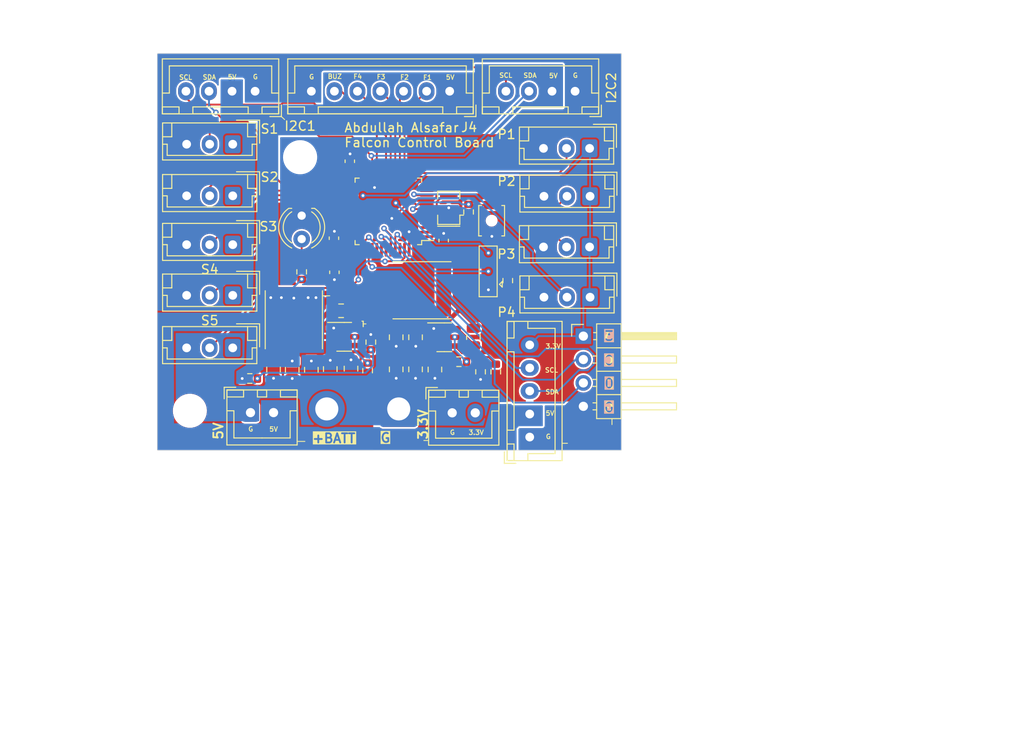
<source format=kicad_pcb>
(kicad_pcb (version 20221018) (generator pcbnew)
  (title_block (title "Falcon Control MAIN") (date "2023-11-30") (rev "15") (company "Human Powered Vehicles Design Team @ UOFT") (comment 1 "Supervised by Savo Bajic") (comment 2 "Designed by Abdullah Alsafar"))
  (layers (0 "F.Cu" signal) (31 "B.Cu" signal) (34 "B.Paste" user) (35 "F.Paste" user) (36 "B.SilkS" user "B.Silkscreen") (37 "F.SilkS" user "F.Silkscreen") (38 "B.Mask" user) (39 "F.Mask" user) (44 "Edge.Cuts" user))
  (net 0 "")
  (net 1 "GND")
  (net 2 "+5V")
  (net 3 "+3.3V")
  (net 4 "Net-(U3-SW)")
  (net 5 "BUZ")
  (net 6 "Net-(U3-VBST)")
  (net 7 "SDA_{TOCTRL}")
  (net 8 "LED_{FIELD1}")
  (net 9 "SCL_{TOCTRL}")
  (net 10 "Net-(JP1-C)")
  (net 11 "Net-(U1-NRST)")
  (net 12 "Net-(U3-VFB)")
  (net 13 "Net-(U3-EN)")
  (net 14 "LED_{FIELD2}")
  (net 15 "SER5")
  (net 16 "LED_{FIELD3}")
  (net 17 "Net-(LED9-A)")
  (net 18 "POT1")
  (net 19 "POT2")
  (net 20 "POT3")
  (net 21 "POT4")
  (net 22 "SER1")
  (net 23 "SER2")
  (net 24 "SER3")
  (net 25 "SER4")
  (net 26 "LED_{FIELD4}")
  (net 27 "+BATT")
  (net 28 "Net-(U2-SW)")
  (net 29 "Net-(U2-VBST)")
  (net 30 "Net-(U2-VFB)")
  (net 31 "Net-(U2-EN)")
  (net 36 "Net-(U1-PD0)")
  (net 37 "Net-(U1-PD1)")
  (net 48 "SCL_{TOMAIN}")
  (net 49 "SDA_{TOMAIN}")
  (net 51 "SWCLK")
  (net 52 "SWDIO")
  (footprint "Connector_JST:JST_EH_B3B-EH-A_1x03_P2.50mm_Vertical" (layer "F.Cu") (at 123.975 77.25 180)
    (fp_text reference "S3")
    (fp_text value "Conn_01x03_Pin")
  )
  (footprint "Connector_JST:JST_EH_B3B-EH-A_1x03_P2.50mm_Vertical" (layer "F.Cu") (at 123.975 71.95 180)
    (fp_text reference "S2")
    (fp_text value "Conn_01x03_Pin")
  )
  (footprint "Package_TO_SOT_SMD:TSOT-23-6" (layer "F.Cu") (at 146.9125 87.3)
    (fp_text reference "U3" hide)
    (fp_text value "~")
  )
  (footprint "Capacitor_SMD:C_0603_1608Metric" (layer "F.Cu") (at 135 80.25 90)
    (fp_text reference "C2" hide)
    (fp_text value "100n")
  )
  (footprint "Connector_JST:JST_EH_B3B-EH-A_1x03_P2.50mm_Vertical" (layer "F.Cu") (at 123.975 66.35 180)
    (fp_text reference "S1")
    (fp_text value "Conn_01x03_Pin")
  )
  (footprint "Capacitor_SMD:C_0603_1608Metric" (layer "F.Cu") (at 134.95 76.55 -90)
    (fp_text reference "C3" hide)
    (fp_text value "100n")
  )
  (footprint "MountingHole:MountingHole_3.2mm_M3" (layer "F.Cu") (at 119.325 95.275)
    (fp_text reference "REF**" hide)
    (fp_text value "MountingHole_3.2mm_M3")
  )
  (footprint "Connector_JST:JST_EH_B3B-EH-A_1x03_P2.50mm_Vertical" (layer "F.Cu") (at 162.675 77.5 180)
    (fp_text reference "P3")
    (fp_text value "Conn_01x03_Pin")
  )
  (footprint "Capacitor_SMD:C_0805_2012Metric" (layer "F.Cu") (at 136.8 90.7 90)
    (fp_text reference "C11" hide)
    (fp_text value "22uF")
  )
  (footprint "Connector_JST:JST_EH_B3B-EH-A_1x03_P2.50mm_Vertical" (layer "F.Cu") (at 123.975 88.45 180)
    (fp_text reference "S5")
    (fp_text value "Conn_01x03_Pin")
  )
  (footprint "Jumper:SolderJumper-3_P2.0mm_Open_TrianglePad1.0x1.5mm" (layer "F.Cu") (at 151.7 80.15 90)
    (fp_text reference "JP1" hide)
    (fp_text value "Jumper_3_Open")
  )
  (footprint "Capacitor_SMD:C_0805_2012Metric" (layer "F.Cu") (at 141.7 90.782682 -90)
    (fp_text reference "C14" hide)
    (fp_text value "22uF")
  )
  (footprint "Resistor_SMD:R_0603_1608Metric" (layer "F.Cu") (at 152.5 91.05 90)
    (fp_text reference "R6" hide)
    (fp_text value "33.2k	")
  )
  (footprint "Connector_PinHeader_2.54mm:PinHeader_1x04_P2.54mm_Horizontal" (layer "F.Cu") (at 162 87.175)
    (fp_text reference "J2" hide)
    (fp_text value "Conn_01x04_Male")
  )
  (footprint "Connector_JST:JST_XH_B5B-XH-A_1x05_P2.50mm_Vertical" (layer "F.Cu") (at 156.18 98.13 90)
    (fp_text reference "ISC3" hide)
    (fp_text value "MAIN")
  )
  (footprint "Inductor_SMD:L_Taiyo-Yuden_NR-60xx" (layer "F.Cu") (at 130.6 85.4 -90)
    (fp_text reference "L2" hide)
    (fp_text value "3.3uH")
  )
  (footprint "Package_QFP:LQFP-48_7x7mm_P0.5mm" (layer "F.Cu") (at 140.8525 73.64 180)
    (fp_text reference "U1" hide)
    (fp_text value "STM32F103C8Tx")
  )
  (footprint "Resistor_SMD:R_0603_1608Metric" (layer "F.Cu") (at 153.8 81.15 90)
    (fp_text reference "R1" hide)
    (fp_text value "10k")
  )
  (footprint "Inductor_SMD:L_Taiyo-Yuden_NR-60xx" (layer "F.Cu") (at 144.5 82.2)
    (fp_text reference "L1" hide)
    (fp_text value "3.3uH")
  )
  (footprint "Resistor_SMD:R_0603_1608Metric" (layer "F.Cu") (at 125.825 91.775)
    (fp_text reference "R9" hide)
    (fp_text value "54.9k")
  )
  (footprint "Connector_JST:JST_XH_B2B-XH-A_1x02_P2.50mm_Vertical" (layer "F.Cu") (at 147.775 95.5)
    (fp_text reference "J1" hide)
    (fp_text value "Conn_01x02_Pin")
  )
  (footprint "Connector_JST:JST_EH_B3B-EH-A_1x03_P2.50mm_Vertical" (layer "F.Cu") (at 123.975 82.75 180)
    (fp_text reference "S4")
    (fp_text value "Conn_01x03_Pin")
  )
  (footprint "Connector_Wire:SolderWire-2sqmm_1x02_P7.8mm_D2mm_OD3.9mm" (layer "F.Cu") (at 141.975 95.075 180)
    (fp_text reference "Battery1" hide)
    (fp_text value "Conn_01x02_Socket")
  )
  (footprint "Resistor_SMD:R_0603_1608Metric" (layer "F.Cu") (at 131.45 80.2 -90)
    (fp_text reference "R5" hide)
    (fp_text value "420")
  )
  (footprint "Capacitor_SMD:C_0805_2012Metric" (layer "F.Cu") (at 150.075 87.275 -90)
    (fp_text reference "C17" hide)
    (fp_text value "0.1uF")
  )
  (footprint "Connector_JST:JST_EH_B3B-EH-A_1x03_P2.50mm_Vertical" (layer "F.Cu") (at 162.725 72 180)
    (fp_text reference "P2")
    (fp_text value "Conn_01x03_Pin")
  )
  (footprint "Resistor_SMD:R_0603_1608Metric" (layer "F.Cu") (at 138.95 87.825 -90)
    (fp_text reference "R7" hide)
    (fp_text value "10k")
  )
  (footprint "Connector_JST:JST_EH_B3B-EH-A_1x03_P2.50mm_Vertical" (layer "F.Cu") (at 162.725 82.95 180)
    (fp_text reference "P4")
    (fp_text value "Conn_01x03_Pin")
  )
  (footprint "Capacitor_SMD:C_0805_2012Metric" (layer "F.Cu") (at 143.8 90.782682 -90)
    (fp_text reference "C15" hide)
    (fp_text value "22uF")
  )
  (footprint "Connector_JST:JST_XH_B4B-XH-A_1x04_P2.50mm_Vertical" (layer "F.Cu") (at 126.4 60.6 180)
    (fp_text reference "I2C1")
    (fp_text value "FS2")
  )
  (footprint "MountingHole:MountingHole_3.2mm_M3" (layer "F.Cu") (at 131.28 67.76)
    (fp_text reference "REF**" hide)
    (fp_text value "MountingHole_3.2mm_M3")
  )
  (footprint "Connector_JST:JST_XH_B2B-XH-A_1x02_P2.50mm_Vertical" (layer "F.Cu") (at 125.9 95.475)
    (fp_text reference "J3" hide)
    (fp_text value "Conn_01x02_Pin")
  )
  (footprint "Capacitor_SMD:C_0603_1608Metric" (layer "F.Cu") (at 136.67 68.198217 -90)
    (fp_text reference "C1" hide)
    (fp_text value "100n")
  )
  (footprint "Connector_JST:JST_XH_B7B-XH-A_1x07_P2.50mm_Vertical" (layer "F.Cu") (at 147.5 60.6 180)
    (fp_text reference "J4")
    (fp_text value "Conn_01x07_Pin")
  )
  (footprint "Resistor_SMD:R_0603_1608Metric" (layer "F.Cu") (at 138.6 90.925 -90)
    (fp_text reference "R8" hide)
    (fp_text value "10k")
  )
  (footprint "Capacitor_SMD:C_0805_2012Metric" (layer "F.Cu") (at 145.9 90.8 -90)
    (fp_text reference "C16" hide)
    (fp_text value "22uF")
  )
  (footprint "Connector_JST:JST_XH_B4B-XH-A_1x04_P2.50mm_Vertical" (layer "F.Cu") (at 161.1 60.6 180)
    (fp_text reference "I2C2")
    (fp_text value "FS1")
  )
  (footprint "Resistor_SMD:R_0603_1608Metric" (layer "F.Cu") (at 148.5 89.95 180)
    (fp_text reference "R4" hide)
    (fp_text value "10k")
  )
  (footprint "Capacitor_SMD:C_0805_2012Metric" (layer "F.Cu") (at 132.5 90.825 90)
    (fp_text reference "C9" hide)
    (fp_text value "22uF")
  )
  (footprint "Capacitor_SMD:C_0805_2012Metric" (layer "F.Cu") (at 143.8 87.3 90)
    (fp_text reference "C6" hide)
    (fp_text value "22uF")
  )
  (footprint "Capacitor_SMD:C_0805_2012Metric" (layer "F.Cu") (at 135.725 84.425)
    (fp_text reference "C12" hide)
    (fp_text value "0.1uF")
  )
  (footprint "Connector_JST:JST_EH_B3B-EH-A_1x03_P2.50mm_Vertical" (layer "F.Cu") (at 162.675 66.8 180)
    (fp_text reference "P1")
    (fp_text value "Conn_01x03_Pin")
  )
  (footprint "Resistor_SMD:R_0603_1608Metric" (layer "F.Cu") (at 149.55 73.7 90)
    (fp_text reference "R2" hide)
    (fp_text value "10k")
  )
  (footprint "LED_THT:LED_D4.0mm" (layer "F.Cu") (at 131.45 74.1 -90)
    (fp_text reference "LED9" hide)
    (fp_text value "LED1")
  )
  (footprint "Button_Switch_SMD:SW_SPST_B3U-1000P-B" (layer "F.Cu") (at 152.05 74.65 90)
    (fp_text reference "SW2" hide)
    (fp_text value "SW_Push")
  )
  (footprint "Capacitor_SMD:C_0603_1608Metric" (layer "F.Cu") (at 146.85 76.8 90)
    (fp_text reference "C4" hide)
    (fp_text value "100n")
  )
  (footprint "Capacitor_SMD:C_0805_2012Metric" (layer "F.Cu") (at 134.55 90.75 90)
    (fp_text reference "C10" hide)
    (fp_text value "22uF")
  )
  (footprint "Resistor_SMD:R_0603_1608Metric" (layer "F.Cu") (at 150.85 91.05 90)
    (fp_text reference "R3" hide)
    (fp_text value "10k")
  )
  (footprint "Capacitor_SMD:C_0805_2012Metric" (layer "F.Cu") (at 141.7 87.3 90)
    (fp_text reference "C5" hide)
    (fp_text value "22uF")
  )
  (footprint "Capacitor_SMD:C_0805_2012Metric" (layer "F.Cu") (at 130.425 90.825 90)
    (fp_text reference "C8" hide)
    (fp_text value "22uF")
  )
  (footprint "Crystal:Resonator_SMD_Murata_CSTxExxV-3Pin_3.0x1.1mm" (layer "F.Cu") (at 147.4 73.25 90)
    (fp_text reference "Y1" hide)
    (fp_text value "8Mhz")
  )
  (footprint "Capacitor_SMD:C_0805_2012Metric" (layer "F.Cu") (at 128.4 90.8 90)
    (fp_text reference "C7" hide)
    (fp_text value "22uF")
  )
  (footprint "Package_TO_SOT_SMD:TSOT-23-6" (layer "F.Cu") (at 136.0625 87.25)
    (fp_text reference "U2" hide)
    (fp_text value "~")
  )
  (gr_line (start 137.975 85.55) (end 138.125 85.55) (stroke (width 0.1)) (layer "F.SilkS"))
  (gr_line (start 165.1 96.139) (end 165.1 96.774) (stroke (width 0.1)) (layer "F.SilkS"))
  (gr_line (start 160.274 98.806) (end 159.766 98.806) (stroke (width 0.1)) (layer "F.SilkS"))
  (gr_line (start 145.2 98.5) (end 144.7 98.5) (stroke (width 0.1)) (layer "F.SilkS"))
  (gr_line (start 138.125 86.15) (end 138.125 85.55) (stroke (width 0.1)) (layer "F.SilkS"))
  (gr_line (start 138.125 85.85) (end 138.425 85.85) (stroke (width 0.1)) (layer "F.SilkS"))
  (gr_line (start 129.25 63.35) (end 129.6 63.675) (stroke (width 0.1)) (layer "F.SilkS"))
  (gr_line (start 131 98.6) (end 131.8 98.6) (stroke (width 0.1)) (layer "F.SilkS"))
  (gr_line (start 133.7 82.8) (end 134.5 82.8) (stroke (width 0.1)) (layer "F.SilkS"))
  (gr_line (start 138.125 85.55) (end 138.125 86.15) (stroke (width 0.1)) (layer "F.SilkS"))
  (gr_rect (start 115.8 56.5) (end 166.125 99.56) (stroke (width 0.05)) (fill none) (layer "Edge.Cuts"))
  (gr_text "D" (at 165.45 92.9) (layer "B.SilkS" knockout) (effects (font (size 1 1) (thickness 0.2) bold) (justify left bottom mirror)))
  (gr_text "3" (at 165.37 87.75) (layer "B.SilkS" knockout) (effects (font (size 1 1) (thickness 0.2) bold) (justify left bottom mirror)))
  (gr_text "G" (at 165.41 95.5) (layer "B.SilkS" knockout) (effects (font (size 1 1) (thickness 0.2) bold) (justify left bottom mirror)))
  (gr_text "C" (at 165.4 90.4) (layer "B.SilkS" knockout) (effects (font (size 1 1) (thickness 0.2) bold) (justify left bottom mirror)))
  (gr_text "SCL" (at 157.79 91.16) (layer "F.SilkS") (effects (font (size 0.5 0.5) (thickness 0.1)) (justify left bottom)))
  (gr_text "F2" (at 142.08 59.37) (layer "F.SilkS") (effects (font (size 0.5 0.5) (thickness 0.1)) (justify left bottom)))
  (gr_text "F1" (at 144.57 59.4) (layer "F.SilkS") (effects (font (size 0.5 0.5) (thickness 0.1)) (justify left bottom)))
  (gr_text "G" (at 160.81 59.18) (layer "F.SilkS") (effects (font (size 0.5 0.5) (thickness 0.1)) (justify left bottom)))
  (gr_text "SDA" (at 157.84 93.53) (layer "F.SilkS") (effects (font (size 0.5 0.5) (thickness 0.1)) (justify left bottom)))
  (gr_text "G" (at 132.21 59.33) (layer "F.SilkS") (effects (font (size 0.5 0.5) (thickness 0.1)) (justify left bottom)))
  (gr_text "F3" (at 139.54 59.33) (layer "F.SilkS") (effects (font (size 0.5 0.5) (thickness 0.1)) (justify left bottom)))
  (gr_text "F4" (at 137.01 59.3) (layer "F.SilkS") (effects (font (size 0.5 0.5) (thickness 0.1)) (justify left bottom)))
  (gr_text "SDA" (at 120.67 59.37) (layer "F.SilkS") (effects (font (size 0.5 0.5) (thickness 0.1)) (justify left bottom)))
  (gr_text "C" (at 164.15 90.4) (layer "F.SilkS" knockout) (effects (font (size 1 1) (thickness 0.2) bold) (justify left bottom)))
  (gr_text "5V" (at 147.04 59.38) (layer "F.SilkS") (effects (font (size 0.5 0.5) (thickness 0.1)) (justify left bottom)))
  (gr_text "5V" (at 123.39 59.34) (layer "F.SilkS") (effects (font (size 0.5 0.5) (thickness 0.1) bold) (justify left bottom)))
  (gr_text "Abdullah Alsafar\nFalcon Control Board" (at 136 66.75) (layer "F.SilkS") (effects (font (size 1 1)) (justify left bottom)))
  (gr_text "G" (at 126.11 59.33) (layer "F.SilkS") (effects (font (size 0.5 0.5) (thickness 0.1)) (justify left bottom)))
  (gr_text "G" (at 125.61 97.55) (layer "F.SilkS") (effects (font (size 0.5 0.5) (thickness 0.1)) (justify left bottom)))
  (gr_text "5V" (at 157.86 95.84) (layer "F.SilkS") (effects (font (size 0.5 0.5) (thickness 0.1) bold) (justify left bottom)))
  (gr_text "G" (at 157.88 98.37) (layer "F.SilkS") (effects (font (size 0.5 0.5) (thickness 0.1)) (justify left bottom)))
  (gr_text "5V" (at 123 98.5 90) (layer "F.SilkS") (effects (font (size 1 1) (thickness 0.2) bold) (justify left bottom)))
  (gr_text "G" (at 139.9 98.8) (layer "F.SilkS" knockout) (effects (font (size 1 1) (thickness 0.2) bold) (justify left bottom)))
  (gr_text "3" (at 164.2 87.75) (layer "F.SilkS" knockout) (effects (font (size 1 1) (thickness 0.2) bold) (justify left bottom)))
  (gr_text "3.3V" (at 149.5 97.92) (layer "F.SilkS") (effects (font (size 0.5 0.5) (thickness 0.1) bold) (justify left bottom)))
  (gr_text "BUZ" (at 134.23 59.29) (layer "F.SilkS") (effects (font (size 0.5 0.5) (thickness 0.1)) (justify left bottom)))
  (gr_text "3.3V" (at 145.2 98.5 90) (layer "F.SilkS") (effects (font (size 1 1) (thickness 0.2) bold) (justify left bottom)))
  (gr_text "SDA" (at 155.45 59.18) (layer "F.SilkS") (effects (font (size 0.5 0.5) (thickness 0.1)) (justify left bottom)))
  (gr_text "G" (at 164.15 95.5) (layer "F.SilkS" knockout) (effects (font (size 1 1) (thickness 0.2) bold) (justify left bottom)))
  (gr_text "G" (at 147.48 97.92) (layer "F.SilkS") (effects (font (size 0.5 0.5) (thickness 0.1)) (justify left bottom)))
  (gr_text "5V" (at 158.23 59.21) (layer "F.SilkS") (effects (font (size 0.5 0.5) (thickness 0.1) bold) (justify left bottom)))
  (gr_text "SCL" (at 152.83 59.17) (layer "F.SilkS") (effects (font (size 0.5 0.5) (thickness 0.1)) (justify left bottom)))
  (gr_text "D" (at 164.15 92.9) (layer "F.SilkS" knockout) (effects (font (size 1 1) (thickness 0.2) bold) (justify left bottom)))
  (gr_text "3.3V" (at 157.85 88.57) (layer "F.SilkS") (effects (font (size 0.5 0.5) (thickness 0.1) bold) (justify left bottom)))
  (gr_text "SCL" (at 118.11 59.38) (layer "F.SilkS") (effects (font (size 0.5 0.5) (thickness 0.1)) (justify left bottom)))
  (gr_text "5V" (at 127.89 97.57) (layer "F.SilkS") (effects (font (size 0.5 0.5) (thickness 0.1) bold) (justify left bottom)))
  (gr_text "+BATT" (at 132.5 98.85) (layer "F.SilkS" knockout) (effects (font (size 1 1) (thickness 0.2) bold) (justify left bottom)))
  (segment (start 153.8 81.975) (end 151.875 81.975) (width 0.2) (layer "F.Cu") (net 1))
  (segment (start 136.69 75.89) (end 133.24 75.89) (width 0.2) (layer "F.Cu") (net 1))
  (segment (start 143.1025 75.8525) (end 143.1025 77.8025) (width 0.2) (layer "F.Cu") (net 1))
  (segment (start 140.1 70.3) (end 140.1 69.475) (width 0.2) (layer "F.Cu") (net 1))
  (segment (start 138.6 70.3) (end 138.6 69.475) (width 0.2) (layer "F.Cu") (net 1))
  (segment (start 141.3 74.4) (end 141.225 74.4) (width 0.2) (layer "F.Cu") (net 1))
  (segment (start 143.748529 72.8) (end 142.9 72.8) (width 0.2) (layer "F.Cu") (net 1))
  (segment (start 135 81.025) (end 135 81.05) (width 0.2) (layer "F.Cu") (net 1))
  (segment (start 151.875 81.975) (end 151.7 82.15) (width 0.2) (layer "F.Cu") (net 1))
  (segment (start 145.015 72.89) (end 143.838529 72.89) (width 0.2) (layer "F.Cu") (net 1))
  (segment (start 143.838529 72.89) (end 143.748529 72.8) (width 0.2) (layer "F.Cu") (net 1))
  (segment (start 133.24 75.89) (end 131.45 74.1) (width 0.2) (layer "F.Cu") (net 1))
  (segment (start 139.35 71.05) (end 138.6 70.3) (width 0.2) (layer "F.Cu") (net 1))
  (segment (start 142.9 72.8) (end 141.3 74.4) (width 0.2) (layer "F.Cu") (net 1))
  (segment (start 143.1 75.85) (end 143.1025 75.8525) (width 0.2) (layer "F.Cu") (net 1))
  (segment (start 139.35 71.05) (end 140.1 70.3) (width 0.2) (layer "F.Cu") (net 1))
  (via (at 134.55 89.8) (size 0.6) (drill 0.3) (layers "F.Cu" "B.Cu") (net 1))
  (via (at 135 81.05) (size 0.6) (drill 0.3) (layers "F.Cu" "B.Cu") (net 1))
  (via (at 141.7 88.275) (size 0.6) (drill 0.3) (layers "F.Cu" "B.Cu") (net 1))
  (via (at 145.775 86.35) (size 0.6) (drill 0.3) (layers "F.Cu" "B.Cu") (net 1))
  (via (at 152.075 76.35) (size 0.6) (drill 0.3) (layers "F.Cu" "B.Cu") (net 1))
  (via (at 134.925 86.3) (size 0.6) (drill 0.3) (layers "F.Cu" "B.Cu") (net 1))
  (via (at 132.5 89.875) (size 0.6) (drill 0.3) (layers "F.Cu" "B.Cu") (net 1))
  (via (at 143.1 75.85) (size 0.6) (drill 0.3) (layers "F.Cu" "B.Cu") (net 1))
  (via (at 145.9 91.75) (size 0.6) (drill 0.3) (layers "F.Cu" "B.Cu") (net 1))
  (via (at 136.8 89.75) (size 0.6) (drill 0.3) (layers "F.Cu" "B.Cu") (net 1))
  (via (at 151.7 82.15) (size 0.6) (drill 0.3) (layers "F.Cu" "B.Cu") (net 1))
  (via (at 135 75.8) (size 0.6) (drill 0.3) (layers "F.Cu" "B.Cu") (net 1))
  (via (at 141.225 74.4) (size 0.6) (drill 0.3) (layers "F.Cu" "B.Cu") (net 1))
  (via (at 139.35 71.05) (size 0.6) (drill 0.3) (layers "F.Cu" "B.Cu") (net 1))
  (via (at 146.85 76.025) (size 0.6) (drill 0.3) (layers "F.Cu" "B.Cu") (net 1))
  (via (at 143.8 91.75) (size 0.6) (drill 0.3) (layers "F.Cu" "B.Cu") (net 1))
  (via (at 143.825 88.275) (size 0.6) (drill 0.3) (layers "F.Cu" "B.Cu") (net 1))
  (via (at 136.7 67.4) (size 0.6) (drill 0.3) (layers "F.Cu" "B.Cu") (net 1))
  (via (at 141.7 91.75) (size 0.6) (drill 0.3) (layers "F.Cu" "B.Cu") (net 1))
  (via (at 138.95 87) (size 0.6) (drill 0.3) (layers "F.Cu" "B.Cu") (net 1))
  (via (at 128.4 91.75) (size 0.6) (drill 0.3) (layers "F.Cu" "B.Cu") (net 1))
  (via (at 147.4 73.25) (size 0.6) (drill 0.3) (layers "F.Cu" "B.Cu") (net 1))
  (via (at 130.425 91.775) (size 0.6) (drill 0.3) (layers "F.Cu" "B.Cu") (net 1))
  (via (at 150.85 91.875) (size 0.6) (drill 0.3) (layers "F.Cu" "B.Cu") (net 1))
  (segment (start 135 81.05) (end 135 75.8) (width 0.2) (layer "B.Cu") (net 1))
  (segment (start 139.35 71.05) (end 136.7 68.4) (width 0.2) (layer "B.Cu") (net 1))
  (segment (start 136.7 68.4) (end 136.7 67.4) (width 0.2) (layer "B.Cu") (net 1))
  (segment (start 128.4 89.85) (end 130.4 89.85) (width 0.2) (layer "F.Cu") (net 2))
  (segment (start 130.4 89.85) (end 130.425 89.875) (width 0.2) (layer "F.Cu") (net 2))
  (via (at 125 91.775) (size 0.6) (drill 0.3) (layers "F.Cu" "B.Cu") (net 2))
  (via (at 128.1 83) (size 0.6) (drill 0.3) (layers "F.Cu" "B.Cu") (net 2))
  (via (at 131.45 81) (size 0.6) (drill 0.3) (layers "F.Cu" "B.Cu") (net 2))
  (via (at 129.25 83) (size 0.6) (drill 0.3) (layers "F.Cu" "B.Cu") (net 2))
  (via (at 130.425 89.875) (size 0.6) (drill 0.3) (layers "F.Cu" "B.Cu") (net 2))
  (via (at 132.15 83) (size 0.6) (drill 0.3) (layers "F.Cu" "B.Cu") (net 2))
  (via (at 133 83) (size 0.6) (drill 0.3) (layers "F.Cu" "B.Cu") (net 2))
  (via (at 130.6 83.05) (size 0.6) (drill 0.3) (layers "F.Cu" "B.Cu") (net 2))
  (segment (start 130.425 89.875) (end 126.9 89.875) (width 0.2) (layer "B.Cu") (net 2))
  (segment (start 155.985 95.825) (end 153.485 98.325) (width 0.2) (layer "B.Cu") (net 2))
  (segment (start 131.25 98.325) (end 128.4 95.475) (width 0.2) (layer "B.Cu") (net 2))
  (segment (start 126.9 89.875) (end 125 91.775) (width 0.2) (layer "B.Cu") (net 2))
  (segment (start 130.6 89.675) (end 130.4 89.875) (width 0.2) (layer "B.Cu") (net 2))
  (segment (start 153.485 98.325) (end 131.25 98.325) (width 0.2) (layer "B.Cu") (net 2))
  (segment (start 130.6 81.85) (end 131.45 81) (width 0.2) (layer "B.Cu") (net 2))
  (segment (start 156.2 95.825) (end 155.985 95.825) (width 0.2) (layer "B.Cu") (net 2))
  (segment (start 130.6 83.05) (end 130.6 81.85) (width 0.2) (layer "B.Cu") (net 2))
  (segment (start 130.6 83.05) (end 130.6 89.675) (width 0.2) (layer "B.Cu") (net 2))
  (segment (start 141.7 86.35) (end 143.8 86.35) (width 0.2) (layer "F.Cu") (net 3))
  (segment (start 141.65 72.725) (end 138.575 75.8) (width 0.2) (layer "F.Cu") (net 3))
  (segment (start 143.65 83.325) (end 142.925 83.325) (width 0.2) (layer "F.Cu") (net 3))
  (segment (start 150.275 94.125) (end 150.275 95.5) (width 0.2) (layer "F.Cu") (net 3))
  (segment (start 138.1 71.925) (end 138.1 76.125) (width 0.2) (layer "F.Cu") (net 3))
  (segment (start 149.1 74.975) (end 149.55 74.525) (width 0.2) (layer "F.Cu") (net 3))
  (segment (start 140.1 82.2) (end 136.0625 78.1625) (width 0.2) (layer "F.Cu") (net 3))
  (segment (start 144.125 78.632107) (end 144.25 78.757107) (width 0.2) (layer "F.Cu") (net 3))
  (segment (start 142.925 83.325) (end 141.8 82.2) (width 0.2) (layer "F.Cu") (net 3))
  (segment (start 141.8 86.25) (end 141.7 86.35) (width 0.2) (layer "F.Cu") (net 3))
  (segment (start 136.19 76.39) (end 136.1875 76.3875) (width 0.2) (layer "F.Cu") (net 3))
  (segment (start 155.985 88.325) (end 152.5 91.81) (width 0.2) (layer "F.Cu") (net 3))
  (segment (start 135.885 76.39) (end 134.95 77.325) (width 0.2) (layer "F.Cu") (net 3))
  (segment (start 138.1 69.475) (end 138.1 71.925) (width 0.2) (layer "F.Cu") (net 3))
  (segment (start 136.69 76.39) (end 136.19 76.39) (width 0.2) (layer "F.Cu") (net 3))
  (segment (start 152.5 91.9) (end 150.275 94.125) (width 0.2) (layer "F.Cu") (net 3))
  (segment (start 141.9875 72.3875) (end 141.65 72.725) (width 0.2) (layer "F.Cu") (net 3))
  (segment (start 143.6 77.8) (end 144.125 78.325) (width 0.2) (layer "F.Cu") (net 3))
  (segment (start 151.7 78.15) (end 149.1 75.55) (width 0.2) (layer "F.Cu") (net 3))
  (segment (start 138.1 76.125) (end 136.0625 78.1625) (width 0.2) (layer "F.Cu") (net 3))
  (segment (start 149.1 75.55) (end 149.1 74.975) (width 0.2) (layer "F.Cu") (net 3))
  (segment (start 144.25 82.725) (end 143.65 83.325) (width 0.2) (layer "F.Cu") (net 3))
  (segment (start 136.1875 76.3875) (end 136.6875 76.3875) (width 0.2) (layer "F.Cu") (net 3))
  (segment (start 144.125 78.325) (end 144.125 78.632107) (width 0.2) (layer "F.Cu") (net 3))
  (segment (start 152.5 91.81) (end 152.5 91.875) (width 0.2) (layer "F.Cu") (net 3))
  (segment (start 156.2 88.325) (end 155.985 88.325) (width 0.2) (layer "F.Cu") (net 3))
  (segment (start 145.0125 72.3875) (end 141.9875 72.3875) (width 0.2) (layer "F.Cu") (net 3))
  (segment (start 136.69 76.39) (end 135.885 76.39) (width 0.2) (layer "F.Cu") (net 3))
  (segment (start 138.575 75.8) (end 138.1 75.8) (width 0.2) (layer "F.Cu") (net 3))
  (segment (start 144.25 78.757107) (end 144.25 82.725) (width 0.2) (layer "F.Cu") (net 3))
  (segment (start 141.8 82.2) (end 141.8 86.25) (width 0.2) (layer "F.Cu") (net 3))
  (segment (start 152.5 91.875) (end 152.5 91.9) (width 0.2) (layer "F.Cu") (net 3))
  (segment (start 141.8 82.2) (end 140.1 82.2) (width 0.2) (layer "F.Cu") (net 3))
  (via (at 151.7 78.15) (size 0.6) (drill 0.3) (layers "F.Cu" "B.Cu") (net 3))
  (via (at 138.1 71.925) (size 0.6) (drill 0.3) (layers "F.Cu" "B.Cu") (net 3))
  (via (at 141.65 72.725) (size 0.6) (drill 0.3) (layers "F.Cu" "B.Cu") (net 3))
  (segment (start 142.639471 71.925) (end 138.1 71.925) (width 0.2) (layer "B.Cu") (net 3))
  (segment (start 162.675 77.5) (end 162.675 82.9) (width 0.2) (layer "B.Cu") (net 3))
  (segment (start 162.675 66.8) (end 162.725 66.85) (width 0.2) (layer "B.Cu") (net 3))
  (segment (start 162.725 66.85) (end 162.725 72) (width 0.2) (layer "B.Cu") (net 3))
  (segment (start 162 87.175) (end 157.135 87.175) (width 0.2) (layer "B.Cu") (net 3))
  (segment (start 162.725 77.45) (end 162.675 77.5) (width 0.2) (layer "B.Cu") (net 3))
  (segment (start 162.675 82.9) (end 162.725 82.95) (width 0.2) (layer "B.Cu") (net 3))
  (segment (start 157.135 87.175) (end 156.2 88.11) (width 0.2) (layer "B.Cu") (net 3))
  (segment (start 162.675 66.8) (end 159.975 69.5) (width 0.2) (layer "B.Cu") (net 3))
  (segment (start 151.7 78.15) (end 150.7 77.15) (width 0.2) (layer "B.Cu") (net 3))
  (segment (start 146.075 77.15) (end 141.65 72.725) (width 0.2) (layer "B.Cu") (net 3))
  (segment (start 162 83.675) (end 162.725 82.95) (width 0.2) (layer "B.Cu") (net 3))
  (segment (start 162 87.175) (end 162 83.675) (width 0.2) (layer "B.Cu") (net 3))
  (segment (start 150.7 77.15) (end 146.075 77.15) (width 0.2) (layer "B.Cu") (net 3))
  (segment (start 159.975 69.5) (end 145.064471 69.5) (width 0.2) (layer "B.Cu") (net 3))
  (segment (start 145.064471 69.5) (end 142.639471 71.925) (width 0.2) (layer "B.Cu") (net 3))
  (segment (start 162.725 72) (end 162.725 77.45) (width 0.2) (layer "B.Cu") (net 3))
  (segment (start 146.8875 85.9725) (end 148.4225 84.4375) (width 0.5) (layer "F.Cu") (net 4))
  (segment (start 146.8875 86.4) (end 146.8875 82.5875) (width 0.5) (layer "F.Cu") (net 4))
  (segment (start 148.7375 84.4375) (end 150.075 85.775) (width 0.5) (layer "F.Cu") (net 4))
  (segment (start 146.8875 82.5875) (end 146.5 82.2) (width 0.5) (layer "F.Cu") (net 4))
  (segment (start 146.8875 86.9625) (end 146.8875 86.4) (width 0.5) (layer "F.Cu") (net 4))
  (segment (start 146.55 87.3) (end 146.8875 86.9625) (width 0.5) (layer "F.Cu") (net 4))
  (segment (start 148.4225 84.4375) (end 148.7375 84.4375) (width 0.5) (layer "F.Cu") (net 4))
  (segment (start 150.075 85.775) (end 150.075 86.325) (width 0.5) (layer "F.Cu") (net 4))
  (segment (start 145.775 87.3) (end 146.55 87.3) (width 0.5) (layer "F.Cu") (net 4))
  (segment (start 146.5 82.2) (end 148.7375 84.4375) (width 0.5) (layer "F.Cu") (net 4))
  (segment (start 146.8875 86.4) (end 146.8875 85.9725) (width 0.5) (layer "F.Cu") (net 4))
  (segment (start 140.6 69.475) (end 140.6 65.451346) (width 0.2) (layer "F.Cu") (net 5))
  (segment (start 135.748654 60.6) (end 135 60.6) (width 0.2) (layer "F.Cu") (net 5))
  (segment (start 140.6 65.451346) (end 135.748654 60.6) (width 0.2) (layer "F.Cu") (net 5))
  (segment (start 150.075 88.026104) (end 148.398896 86.35) (width 0.2) (layer "F.Cu") (net 6))
  (segment (start 148.398896 86.35) (end 148.05 86.35) (width 0.2) (layer "F.Cu") (net 6))
  (segment (start 150.075 88.225) (end 150.075 88.026104) (width 0.2) (layer "F.Cu") (net 6))
  (segment (start 133.375 65.525) (end 136.9255 65.525) (width 0.2) (layer "F.Cu") (net 7))
  (segment (start 122.7 63.45) (end 131.3 63.45) (width 0.2) (layer "F.Cu") (net 7))
  (segment (start 139.1025 67.702) (end 139.0005 67.6) (width 0.2) (layer "F.Cu") (net 7))
  (segment (start 139.1025 69.4775) (end 139.1025 67.702) (width 0.2) (layer "F.Cu") (net 7))
  (segment (start 131.3 63.45) (end 133.375 65.525) (width 0.2) (layer "F.Cu") (net 7))
  (segment (start 122.15 62.9) (end 122.7 63.45) (width 0.2) (layer "F.Cu") (net 7))
  (segment (start 136.9255 65.525) (end 139.0005 67.6) (width 0.2) (layer "F.Cu") (net 7))
  (via (at 139.0005 67.6) (size 0.6) (drill 0.3) (layers "F.Cu" "B.Cu") (net 7))
  (via (at 122.15 62.9) (size 0.6) (drill 0.3) (layers "F.Cu" "B.Cu") (net 7))
  (segment (start 121.4 62.15) (end 121.4 60.6) (width 0.2) (layer "B.Cu") (net 7))
  (segment (start 149.1 67.6) (end 156.1 60.6) (width 0.2) (layer "B.Cu") (net 7))
  (segment (start 122.15 62.9) (end 121.4 62.15) (width 0.2) (layer "B.Cu") (net 7))
  (segment (start 139.0005 67.6) (end 149.1 67.6) (width 0.2) (layer "B.Cu") (net 7))
  (segment (start 142.6 69.475) (end 142.6 63) (width 0.2) (layer "F.Cu") (net 8))
  (segment (start 142.6 63) (end 145 60.6) (width 0.2) (layer "F.Cu") (net 8))
  (segment (start 139.6 65.375) (end 139.35 65.125) (width 0.2) (layer "F.Cu") (net 9))
  (segment (start 139.6 69.475) (end 139.6 65.375) (width 0.2) (layer "F.Cu") (net 9))
  (segment (start 132.76783 61.875) (end 129.4 61.875) (width 0.2) (layer "F.Cu") (net 9))
  (segment (start 153.6 59.45) (end 153.6 60.6) (width 0.2) (layer "F.Cu") (net 9))
  (segment (start 129.4 61.875) (end 129.4 60.125) (width 0.2) (layer "F.Cu") (net 9))
  (segment (start 129.4 61.875) (end 129.225 62.05) (width 0.2) (layer "F.Cu") (net 9))
  (segment (start 136.01783 65.125) (end 132.76783 61.875) (width 0.2) (layer "F.Cu") (net 9))
  (segment (start 119.65 62.05) (end 118.9 61.3) (width 0.2) (layer "F.Cu") (net 9))
  (segment (start 131.525 58) (end 152.15 58) (width 0.2) (layer "F.Cu") (net 9))
  (segment (start 118.9 61.3) (end 118.9 60.6) (width 0.2) (layer "F.Cu") (net 9))
  (segment (start 129.4 60.125) (end 131.525 58) (width 0.2) (layer "F.Cu") (net 9))
  (segment (start 129.225 62.05) (end 119.65 62.05) (width 0.2) (layer "F.Cu") (net 9))
  (segment (start 152.15 58) (end 153.6 59.45) (width 0.2) (layer "F.Cu") (net 9))
  (segment (start 139.35 65.125) (end 136.01783 65.125) (width 0.2) (layer "F.Cu") (net 9))
  (segment (start 141.6025 76.3695) (end 141.817754 76.154246) (width 0.2) (layer "F.Cu") (net 10))
  (segment (start 141.6025 77.8025) (end 141.6025 76.3695) (width 0.2) (layer "F.Cu") (net 10))
  (segment (start 151.875 80.325) (end 151.7 80.15) (width 0.2) (layer "F.Cu") (net 10))
  (segment (start 153.8 80.325) (end 151.875 80.325) (width 0.2) (layer "F.Cu") (net 10))
  (via (at 141.817754 76.154246) (size 0.6) (drill 0.3) (layers "F.Cu" "B.Cu") (net 10))
  (via (at 151.7 80.15) (size 0.6) (drill 0.3) (layers "F.Cu" "B.Cu") (net 10))
  (segment (start 151.7 80.15) (end 145.813508 80.15) (width 0.2) (layer "B.Cu") (net 10))
  (segment (start 145.813508 80.15) (end 141.817754 76.154246) (width 0.2) (layer "B.Cu") (net 10))
  (segment (start 143.5125 73.3875) (end 143.5 73.4) (width 0.2) (layer "F.Cu") (net 11))
  (segment (start 145.0125 73.3875) (end 143.5125 73.3875) (width 0.2) (layer "F.Cu") (net 11))
  (segment (start 149.625 72.95) (end 152.05 72.95) (width 0.2) (layer "F.Cu") (net 11))
  (segment (start 149.55 72.875) (end 149.625 72.95) (width 0.2) (layer "F.Cu") (net 11))
  (via (at 149.55 72.875) (size 0.6) (drill 0.3) (layers "F.Cu" "B.Cu") (net 11))
  (via (at 143.5 73.4) (size 0.6) (drill 0.3) (layers "F.Cu" "B.Cu") (net 11))
  (segment (start 148.8 72.875) (end 149.55 72.875) (width 0.2) (layer "B.Cu") (net 11))
  (segment (start 143.5 73.4) (end 144.25 72.65) (width 0.2) (layer "B.Cu") (net 11))
  (segment (start 144.25 72.65) (end 148.575 72.65) (width 0.2) (layer "B.Cu") (net 11))
  (segment (start 148.575 72.65) (end 148.8 72.875) (width 0.2) (layer "B.Cu") (net 11))
  (segment (start 151.7125 89.4375) (end 152.5 90.225) (width 0.2) (layer "F.Cu") (net 12))
  (segment (start 149.65 89.025) (end 150.0625 89.4375) (width 0.2) (layer "F.Cu") (net 12))
  (segment (start 148.05 88.25) (end 148.825 89.025) (width 0.2) (layer "F.Cu") (net 12))
  (segment (start 148.825 89.025) (end 149.65 89.025) (width 0.2) (layer "F.Cu") (net 12))
  (segment (start 150.0625 89.4375) (end 151.7125 89.4375) (width 0.2) (layer "F.Cu") (net 12))
  (segment (start 150.0625 89.4375) (end 150.85 90.225) (width 0.2) (layer "F.Cu") (net 12))
  (segment (start 148.05 87.3) (end 148.05 87.275) (width 0.2) (layer "F.Cu") (net 13))
  (via (at 148.05 87.275) (size 0.6) (drill 0.3) (layers "F.Cu" "B.Cu") (net 13))
  (via (at 149.325 89.95) (size 0.6) (drill 0.3) (layers "F.Cu" "B.Cu") (net 13))
  (segment (start 148.05 87.275) (end 148.05 88.675) (width 0.2) (layer "B.Cu") (net 13))
  (segment (start 148.05 88.675) (end 149.325 89.95) (width 0.2) (layer "B.Cu") (net 13))
  (segment (start 142.1 69.475) (end 142.1 61) (width 0.2) (layer "F.Cu") (net 14))
  (segment (start 142.1 61) (end 142.5 60.6) (width 0.2) (layer "F.Cu") (net 14))
  (segment (start 136.7 81.95) (end 126.75 81.95) (width 0.2) (layer "F.Cu") (net 15))
  (segment (start 140.488589 79.061411) (end 140.863589 79.061411) (width 0.2) (layer "F.Cu") (net 15))
  (segment (start 140.863589 79.061411) (end 140.875 79.05) (width 0.2) (layer "F.Cu") (net 15))
  (segment (start 140.875 79.05) (end 142.225 79.05) (width 0.2) (layer "F.Cu") (net 15))
  (segment (start 126.7 83.225) (end 121.475 88.45) (width 0.2) (layer "F.Cu") (net 15))
  (segment (start 142.6 78.675) (end 142.6 77.8) (width 0.2) (layer "F.Cu") (net 15))
  (segment (start 126.75 81.95) (end 126.7 82) (width 0.2) (layer "F.Cu") (net 15))
  (segment (start 142.225 79.05) (end 142.6 78.675) (width 0.2) (layer "F.Cu") (net 15))
  (segment (start 126.7 82) (end 126.7 83.225) (width 0.2) (layer "F.Cu") (net 15))
  (segment (start 137.6 81.05) (end 136.7 81.95) (width 0.2) (layer "F.Cu") (net 15))
  (via (at 137.6 81.05) (size 0.6) (drill 0.3) (layers "F.Cu" "B.Cu") (net 15))
  (via (at 140.488589 79.061411) (size 0.6) (drill 0.3) (layers "F.Cu" "B.Cu") (net 15))
  (segment (start 138.51506 79.061411) (end 140.488589 79.061411) (width 0.2) (layer "B.Cu") (net 15))
  (segment (start 137.6 81.05) (end 137.6 79.976471) (width 0.2) (layer "B.Cu") (net 15))
  (segment (start 137.6 79.976471) (end 138.51506 79.061411) (width 0.2) (layer "B.Cu") (net 15))
  (segment (start 141.6 69.475) (end 141.6 62.2) (width 0.2) (layer "F.Cu") (net 16))
  (segment (start 141.6 62.2) (end 140 60.6) (width 0.2) (layer "F.Cu") (net 16))
  (segment (start 131.45 79.375) (end 131.45 76.64) (width 0.2) (layer "F.Cu") (net 17))
  (segment (start 159.3725 69.4775) (end 160.175 68.675) (width 0.2) (layer "F.Cu") (net 18))
  (segment (start 143.6025 69.4775) (end 159.3725 69.4775) (width 0.2) (layer "F.Cu") (net 18))
  (segment (start 160.175 68.675) (end 160.175 66.8) (width 0.2) (layer "F.Cu") (net 18))
  (segment (start 154.59 70.89) (end 145.015 70.89) (width 0.2) (layer "F.Cu") (net 19))
  (segment (start 158.95 73.275) (end 156.975 73.275) (width 0.2) (layer "F.Cu") (net 19))
  (segment (start 160.225 72) (end 158.95 73.275) (width 0.2) (layer "F.Cu") (net 19))
  (segment (start 156.975 73.275) (end 154.59 70.89) (width 0.2) (layer "F.Cu") (net 19))
  (segment (start 154.065 71.39) (end 160.175 77.5) (width 0.2) (layer "F.Cu") (net 20))
  (segment (start 145.015 71.39) (end 154.065 71.39) (width 0.2) (layer "F.Cu") (net 20))
  (segment (start 143.727 71.89) (end 143.625 71.788) (width 0.2) (layer "F.Cu") (net 21))
  (segment (start 145.015 71.89) (end 143.727 71.89) (width 0.2) (layer "F.Cu") (net 21))
  (via (at 143.625 71.788) (size 0.6) (drill 0.3) (layers "F.Cu" "B.Cu") (net 21))
  (segment (start 156.525 78.025) (end 156.525 79.25) (width 0.2) (layer "B.Cu") (net 21))
  (segment (start 156.525 79.25) (end 160.225 82.95) (width 0.2) (layer "B.Cu") (net 21))
  (segment (start 150.288 71.788) (end 156.525 78.025) (width 0.2) (layer "B.Cu") (net 21))
  (segment (start 143.625 71.788) (end 150.288 71.788) (width 0.2) (layer "B.Cu") (net 21))
  (segment (start 129.5375 70.8875) (end 127.7 69.05) (width 0.2) (layer "F.Cu") (net 22))
  (segment (start 122.7 63.9) (end 121.475 65.125) (width 0.2) (layer "F.Cu") (net 22))
  (segment (start 136.6875 70.8875) (end 129.5375 70.8875) (width 0.2) (layer "F.Cu") (net 22))
  (segment (start 127.7 66.05) (end 125.55 63.9) (width 0.2) (layer "F.Cu") (net 22))
  (segment (start 127.7 69.05) (end 127.7 66.05) (width 0.2) (layer "F.Cu") (net 22))
  (segment (start 121.475 65.125) (end 121.475 66.35) (width 0.2) (layer "F.Cu") (net 22))
  (segment (start 125.55 63.9) (end 122.7 63.9) (width 0.2) (layer "F.Cu") (net 22))
  (segment (start 121.475 71) (end 121.475 71.95) (width 0.2) (layer "F.Cu") (net 23))
  (segment (start 122.425 70.05) (end 121.475 71) (width 0.2) (layer "F.Cu") (net 23))
  (segment (start 124.9 70.05) (end 122.425 70.05) (width 0.2) (layer "F.Cu") (net 23))
  (segment (start 126.2375 71.3875) (end 124.9 70.05) (width 0.2) (layer "F.Cu") (net 23))
  (segment (start 136.6875 71.3875) (end 126.2375 71.3875) (width 0.2) (layer "F.Cu") (net 23))
  (segment (start 136.6875 71.8875) (end 126.8375 71.8875) (width 0.2) (layer "F.Cu") (net 24))
  (segment (start 126.8375 71.8875) (end 121.475 77.25) (width 0.2) (layer "F.Cu") (net 24))
  (segment (start 128.5875 72.3875) (end 127.65 73.325) (width 0.2) (layer "F.Cu") (net 25))
  (segment (start 136.6875 72.3875) (end 128.5875 72.3875) (width 0.2) (layer "F.Cu") (net 25))
  (segment (start 127.65 73.325) (end 127.65 76.7) (width 0.2) (layer "F.Cu") (net 25))
  (segment (start 127.65 76.7) (end 121.6 82.75) (width 0.2) (layer "F.Cu") (net 25))
  (segment (start 121.6 82.75) (end 121.475 82.75) (width 0.2) (layer "F.Cu") (net 25))
  (segment (start 141.1 69.475) (end 141.1 64.2) (width 0.2) (layer "F.Cu") (net 26))
  (segment (start 141.1 64.2) (end 137.5 60.6) (width 0.2) (layer "F.Cu") (net 26))
  (segment (start 130.6 87.75) (end 131.1 87.25) (width 0.5) (layer "F.Cu") (net 28))
  (segment (start 134.775 84.425) (end 134.75 84.4) (width 0.2) (layer "F.Cu") (net 28))
  (segment (start 134.475 84.425) (end 131.15 87.75) (width 0.5) (layer "F.Cu") (net 28))
  (segment (start 131.15 87.75) (end 130.6 87.75) (width 0.5) (layer "F.Cu") (net 28))
  (segment (start 131.1 87.25) (end 134.925 87.25) (width 0.5) (layer "F.Cu") (net 28))
  (segment (start 134.775 84.425) (end 134.475 84.425) (width 0.5) (layer "F.Cu") (net 28))
  (segment (start 137.2 84.95) (end 136.675 84.425) (width 0.2) (layer "F.Cu") (net 29))
  (segment (start 137.2 86.3) (end 137.2 84.95) (width 0.2) (layer "F.Cu") (net 29))
  (segment (start 138.325 88.2) (end 138.5 88.2) (width 0.2) (layer "F.Cu") (net 30))
  (segment (start 138.5 88.2) (end 138.95 88.65) (width 0.2) (layer "F.Cu") (net 30))
  (segment (start 137.2 88.2) (end 138.325 88.2) (width 0.2) (layer "F.Cu") (net 30))
  (via (at 126.65 91.775) (size 0.6) (drill 0.3) (layers "F.Cu" "B.Cu") (net 30))
  (via (at 138.95 88.65) (size 0.6) (drill 0.3) (layers "F.Cu" "B.Cu") (net 30))
  (segment (start 139.2 88.9) (end 138.95 88.65) (width 0.2) (layer "B.Cu") (net 30))
  (segment (start 127.275 91.15) (end 138.398529 91.15) (width 0.2) (layer "B.Cu") (net 30))
  (segment (start 139.2 90.348529) (end 139.2 88.9) (width 0.2) (layer "B.Cu") (net 30))
  (segment (start 126.65 91.775) (end 127.275 91.15) (width 0.2) (layer "B.Cu") (net 30))
  (segment (start 138.398529 91.15) (end 139.2 90.348529) (width 0.2) (layer "B.Cu") (net 30))
  (via (at 137.2 87.25) (size 0.6) (drill 0.3) (layers "F.Cu" "B.Cu") (net 31))
  (via (at 138.6 90.1) (size 0.6) (drill 0.3) (layers "F.Cu" "B.Cu") (net 31))
  (segment (start 138.55 90.1) (end 138.6 90.1) (width 0.2) (layer "B.Cu") (net 31))
  (segment (start 137.2 87.25) (end 137.2 88.75) (width 0.2) (layer "B.Cu") (net 31))
  (segment (start 137.2 88.75) (end 138.55 90.1) (width 0.2) (layer "B.Cu") (net 31))
  (segment (start 147.3375 74.3875) (end 145.0125 74.3875) (width 0.2) (layer "F.Cu") (net 36))
  (segment (start 147.4 74.45) (end 147.3375 74.3875) (width 0.2) (layer "F.Cu") (net 36))
  (segment (start 146.1 73.57283) (end 145.78533 73.8875) (width 0.2) (layer "F.Cu") (net 37))
  (segment (start 146.65 72.05) (end 146.1 72.6) (width 0.2) (layer "F.Cu") (net 37))
  (segment (start 147.4 72.05) (end 146.65 72.05) (width 0.2) (layer "F.Cu") (net 37))
  (segment (start 145.78533 73.8875) (end 145.0125 73.8875) (width 0.2) (layer "F.Cu") (net 37))
  (segment (start 146.1 72.6) (end 146.1 73.57283) (width 0.2) (layer "F.Cu") (net 37))
  (segment (start 140.6025 76.9025) (end 140.6025 77.8025) (width 0.2) (layer "F.Cu") (net 48))
  (segment (start 140.08 76.38) (end 140.6025 76.9025) (width 0.2) (layer "F.Cu") (net 48))
  (via (at 140.08 76.38) (size 0.6) (drill 0.3) (layers "F.Cu" "B.Cu") (net 48))
  (segment (start 153.625 89.525) (end 154.73 90.63) (width 0.2) (layer "B.Cu") (net 48))
  (segment (start 153.625 89.375) (end 153.625 89.525) (width 0.2) (layer "B.Cu") (net 48))
  (segment (start 140.63 76.38) (end 153.625 89.375) (width 0.2) (layer "B.Cu") (net 48))
  (segment (start 140.08 76.38) (end 140.63 76.38) (width 0.2) (layer "B.Cu") (net 48))
  (segment (start 154.73 90.63) (end 156.18 90.63) (width 0.2) (layer "B.Cu") (net 48))
  (segment (start 141.1025 76.2125) (end 141.1025 77.8025) (width 0.2) (layer "F.Cu") (net 49))
  (segment (start 140.38 75.49) (end 141.1025 76.2125) (width 0.2) (layer "F.Cu") (net 49))
  (via (at 140.38 75.49) (size 0.6) (drill 0.3) (layers "F.Cu" "B.Cu") (net 49))
  (segment (start 156.395 93.13) (end 156.2 93.325) (width 0.2) (layer "B.Cu") (net 49))
  (segment (start 157.911346 88.565) (end 162.476346 88.565) (width 0.2) (layer "B.Cu") (net 49))
  (segment (start 159.258654 93.13) (end 156.395 93.13) (width 0.2) (layer "B.Cu") (net 49))
  (segment (start 140.38 75.564314) (end 154.185686 89.37) (width 0.2) (layer "B.Cu") (net 49))
  (segment (start 140.38 75.49) (end 140.38 75.564314) (width 0.2) (layer "B.Cu") (net 49))
  (segment (start 157.106346 89.37) (end 157.911346 88.565) (width 0.2) (layer "B.Cu") (net 49))
  (segment (start 163.15 90.191346) (end 162.476346 90.865) (width 0.2) (layer "B.Cu") (net 49))
  (segment (start 162.476346 88.565) (end 163.15 89.238654) (width 0.2) (layer "B.Cu") (net 49))
  (segment (start 162.476346 90.865) (end 161.523654 90.865) (width 0.2) (layer "B.Cu") (net 49))
  (segment (start 154.185686 89.37) (end 157.106346 89.37) (width 0.2) (layer "B.Cu") (net 49))
  (segment (start 163.15 89.238654) (end 163.15 90.191346) (width 0.2) (layer "B.Cu") (net 49))
  (segment (start 161.523654 90.865) (end 159.258654 93.13) (width 0.2) (layer "B.Cu") (net 49))
  (segment (start 138.725 76.45) (end 138.68717 76.45) (width 0.2) (layer "F.Cu") (net 51))
  (segment (start 138.68717 76.45) (end 138.1025 77.03467) (width 0.2) (layer "F.Cu") (net 51))
  (segment (start 138.1025 77.03467) (end 138.1025 77.8025) (width 0.2) (layer "F.Cu") (net 51))
  (via (at 138.725 76.45) (size 0.6) (drill 0.3) (layers "F.Cu" "B.Cu") (net 51))
  (segment (start 153.225 89.690686) (end 155.434314 91.9) (width 0.2) (layer "B.Cu") (net 51))
  (segment (start 138.725 76.45) (end 141.325 79.05) (width 0.2) (layer "B.Cu") (net 51))
  (segment (start 142.6 79.05) (end 153.225 89.675) (width 0.2) (layer "B.Cu") (net 51))
  (segment (start 153.225 89.675) (end 153.225 89.690686) (width 0.2) (layer "B.Cu") (net 51))
  (segment (start 141.325 79.05) (end 142.6 79.05) (width 0.2) (layer "B.Cu") (net 51))
  (segment (start 158.975 91.9) (end 161.16 89.715) (width 0.2) (layer "B.Cu") (net 51))
  (segment (start 155.434314 91.9) (end 158.975 91.9) (width 0.2) (layer "B.Cu") (net 51))
  (segment (start 161.16 89.715) (end 162 89.715) (width 0.2) (layer "B.Cu") (net 51))
  (segment (start 139.1 79.660911) (end 138.725 79.285911) (width 0.2) (layer "F.Cu") (net 52))
  (segment (start 138.6025 78.57033) (end 138.6025 77.8025) (width 0.2) (layer "F.Cu") (net 52))
  (segment (start 138.725 79.285911) (end 138.725 78.69283) (width 0.2) (layer "F.Cu") (net 52))
  (segment (start 138.725 78.69283) (end 138.6025 78.57033) (width 0.2) (layer "F.Cu") (net 52))
  (via (at 139.1 79.660911) (size 0.6) (drill 0.3) (layers "F.Cu" "B.Cu") (net 52))
  (segment (start 139.1 79.660911) (end 139.189089 79.75) (width 0.2) (layer "B.Cu") (net 52))
  (segment (start 139.189089 79.75) (end 142.25 79.75) (width 0.2) (layer "B.Cu") (net 52))
  (segment (start 152.379657 89.879657) (end 152.379657 92.340443) (width 0.2) (layer "B.Cu") (net 52))
  (segment (start 154.429214 94.39) (end 159.865 94.39) (width 0.2) (layer "B.Cu") (net 52))
  (segment (start 142.25 79.75) (end 152.379657 89.879657) (width 0.2) (layer "B.Cu") (net 52))
  (segment (start 152.379657 92.340443) (end 154.429214 94.39) (width 0.2) (layer "B.Cu") (net 52))
  (segment (start 159.865 94.39) (end 162 92.255) (width 0.2) (layer "B.Cu") (net 52))
  (zone (net 3) (net_name "+3.3V") (layer "F.Cu") (priority 1) (connect_pads yes (clearance 0.15)) (min_thickness 0.15) (fill yes (thermal_gap 0.5) (thermal_bridge_width 0.5))
    (polygon (pts (xy 161.59 65.35) (xy 164.07 65.35) (xy 163.94 88.48) (xy 164.01 89.15) (xy 164.01 94.27) (xy 152.919897 94.273483) (xy 152.92 99.68) (xy 139.95 99.69) (xy 139.95 90.72) (xy 138 84.05) (xy 128.9 81.73) (xy 128.9 70.05) (xy 136.67 70.05) (xy 136.67 68.198217) (xy 136.6 65) (xy 154.6 65.3) (xy 161.4 65.35)))
  )
  (zone (net 27) (net_name "+BATT") (layer "F.Cu") (priority 3) (connect_pads yes (clearance 0.15)) (min_thickness 0.15) (fill yes (thermal_gap 0.5) (thermal_bridge_width 0.5))
    (polygon (pts (xy 127.01 84.17) (xy 133.7 84.16) (xy 133.7 82.96) (xy 137.4 82.96) (xy 140.45 85.55) (xy 148.9 85.55) (xy 148.9 92.58) (xy 139.175 92.575) (xy 139.25 100.6) (xy 132.05 101.45) (xy 115.15 100.3) (xy 115.26 91.04) (xy 115.27 91.04) (xy 115.28 64.49) (xy 126.83 64.51)))
  )
  (zone (net 1) (net_name "GND") (layer "B.Cu") (connect_pads yes (clearance 0.15)) (min_thickness 0.15) (fill yes (thermal_gap 0.5) (thermal_bridge_width 0.5))
    (polygon (pts (xy 115.04 56.13) (xy 166.46 55.39) (xy 166.46 100.135) (xy 114.47 100.93)))
  )
  (zone (net 2) (net_name "+5V") (layer "B.Cu") (priority 1) (connect_pads yes (clearance 0.15)) (min_thickness 0.15) (fill yes (thermal_gap 0.5) (thermal_bridge_width 0.5))
    (polygon (pts (xy 133.87 89) (xy 131.24 89) (xy 131.24 90.55) (xy 127.3 90.55) (xy 127.3 92.38) (xy 124.35 92.37) (xy 124.36 90.99) (xy 125.41 90.33) (xy 125.51 86.65) (xy 117.58 86.63) (xy 117.61 96.64) (xy 127.06 96.61) (xy 127.04 94.12) (xy 131.06 94.12) (xy 131.21 97.01) (xy 151.32 97.11) (xy 152 94.55) (xy 157.6 94.52) (xy 157.6 96.95) (xy 154.75 96.95) (xy 154.76 99.97) (xy 115.54 99.66) (xy 115.26 84.62) (xy 126.351658 84.63) (xy 126.69 63.83) (xy 122.65 63.83) (xy 122.66 59.32) (xy 125.08 59.32) (xy 125.08 62.04) (xy 127.73 62.04) (xy 131.17 62.04) (xy 133.78 62.04) (xy 133.79 58.56) (xy 150.22 58.56) (xy 150.22 57.67) (xy 159.79 57.67) (xy 159.79 62.37) (xy 155.27 62.37) (xy 152.23 65.37) (xy 128.91 65.38) (xy 128.91 81.85) (xy 133.93 81.85)))
  )
)
</source>
